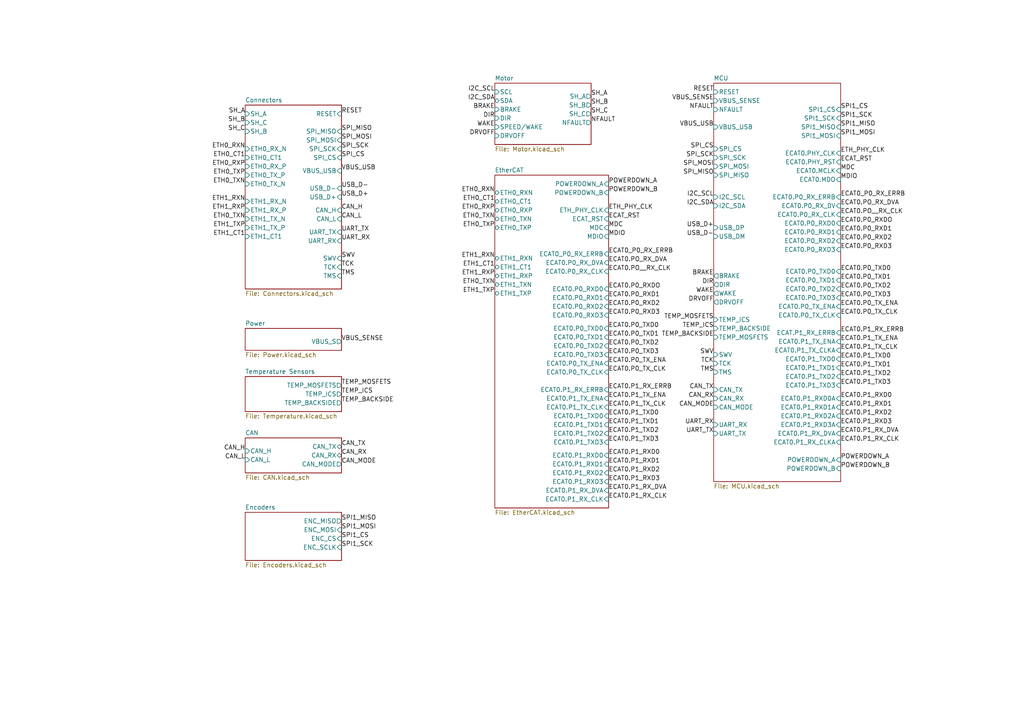
<source format=kicad_sch>
(kicad_sch
	(version 20231120)
	(generator "eeschema")
	(generator_version "8.0")
	(uuid "4c927f80-855d-490a-80b2-e5c55283621a")
	(paper "A4")
	(lib_symbols)
	(label "POWERDOWN_A"
		(at 243.84 133.35 0)
		(fields_autoplaced yes)
		(effects
			(font
				(size 1.27 1.27)
			)
			(justify left bottom)
		)
		(uuid "005f266e-7b72-44c2-b9e8-49ddf684f047")
	)
	(label "SPI1_MOSI"
		(at 243.84 39.37 0)
		(fields_autoplaced yes)
		(effects
			(font
				(size 1.27 1.27)
			)
			(justify left bottom)
		)
		(uuid "00fa0e4e-a3d5-4d8a-8692-f24d935949c4")
	)
	(label "ECAT0.P0_RXD1"
		(at 176.53 86.36 0)
		(fields_autoplaced yes)
		(effects
			(font
				(size 1.27 1.27)
			)
			(justify left bottom)
		)
		(uuid "059a76ce-e24d-469a-9273-b3120f3219e8")
	)
	(label "ETH1_RXN"
		(at 143.51 74.93 180)
		(fields_autoplaced yes)
		(effects
			(font
				(size 1.27 1.27)
			)
			(justify right bottom)
		)
		(uuid "0cda0bb4-ddaf-4fcc-a94e-3abff0bc986d")
	)
	(label "VBUS_SENSE"
		(at 207.01 29.21 180)
		(fields_autoplaced yes)
		(effects
			(font
				(size 1.27 1.27)
			)
			(justify right bottom)
		)
		(uuid "123428bc-4250-4955-bb27-9c4cf27373b3")
	)
	(label "VBUS_USB"
		(at 99.06 49.53 0)
		(fields_autoplaced yes)
		(effects
			(font
				(size 1.27 1.27)
			)
			(justify left bottom)
		)
		(uuid "15b3a559-6203-44a1-9793-0e253962d9f0")
	)
	(label "ECAT0.PO_RX_DVA"
		(at 243.84 59.69 0)
		(fields_autoplaced yes)
		(effects
			(font
				(size 1.27 1.27)
			)
			(justify left bottom)
		)
		(uuid "17a30797-10f3-4fc7-9249-560c33e1e173")
	)
	(label "ECAT0.P0_TXD2"
		(at 243.84 83.82 0)
		(fields_autoplaced yes)
		(effects
			(font
				(size 1.27 1.27)
			)
			(justify left bottom)
		)
		(uuid "1beb09d6-9710-431b-bb76-2191392cc2c0")
	)
	(label "ECAT0.P0_TX_ENA"
		(at 176.53 105.41 0)
		(fields_autoplaced yes)
		(effects
			(font
				(size 1.27 1.27)
			)
			(justify left bottom)
		)
		(uuid "1d80c263-cbcd-483f-af46-ff9dbc0fb118")
	)
	(label "CAN_MODE"
		(at 99.06 134.62 0)
		(fields_autoplaced yes)
		(effects
			(font
				(size 1.27 1.27)
			)
			(justify left bottom)
		)
		(uuid "29288a76-bcf8-4e8a-86a0-fce27769ca61")
	)
	(label "ETH1_TXP"
		(at 143.51 85.09 180)
		(fields_autoplaced yes)
		(effects
			(font
				(size 1.27 1.27)
			)
			(justify right bottom)
		)
		(uuid "2a922f08-7c53-434c-8370-04666dc98028")
	)
	(label "ECAT0.P1_TXD3"
		(at 176.53 128.27 0)
		(fields_autoplaced yes)
		(effects
			(font
				(size 1.27 1.27)
			)
			(justify left bottom)
		)
		(uuid "30144bef-f376-4893-bb83-6edbe541cec8")
	)
	(label "ECAT0.P1_RXD1"
		(at 176.53 134.62 0)
		(fields_autoplaced yes)
		(effects
			(font
				(size 1.27 1.27)
			)
			(justify left bottom)
		)
		(uuid "3277d11a-faa9-452e-8a4c-675721d73f2a")
	)
	(label "POWERDOWN_B"
		(at 176.53 55.88 0)
		(fields_autoplaced yes)
		(effects
			(font
				(size 1.27 1.27)
			)
			(justify left bottom)
		)
		(uuid "337b5c02-ef8d-492d-bfa3-7abc6012a5b8")
	)
	(label "ECAT0.P1_TXD2"
		(at 176.53 125.73 0)
		(fields_autoplaced yes)
		(effects
			(font
				(size 1.27 1.27)
			)
			(justify left bottom)
		)
		(uuid "34eb6a01-d2a5-4a04-818e-6e1594ad2c77")
	)
	(label "ECAT0.P1_TX_ENA"
		(at 243.84 99.06 0)
		(fields_autoplaced yes)
		(effects
			(font
				(size 1.27 1.27)
			)
			(justify left bottom)
		)
		(uuid "37553d95-3b10-4ce5-80b4-0d0c2046c307")
	)
	(label "ECAT0.P1_TXD1"
		(at 243.84 106.68 0)
		(fields_autoplaced yes)
		(effects
			(font
				(size 1.27 1.27)
			)
			(justify left bottom)
		)
		(uuid "384ab4a2-9880-4905-9104-2a80996b8e29")
	)
	(label "ETH_PHY_CLK"
		(at 176.53 60.96 0)
		(fields_autoplaced yes)
		(effects
			(font
				(size 1.27 1.27)
			)
			(justify left bottom)
		)
		(uuid "38ac44e3-d8c6-470a-897a-19d27023b168")
	)
	(label "USB_D+"
		(at 99.06 57.15 0)
		(fields_autoplaced yes)
		(effects
			(font
				(size 1.27 1.27)
			)
			(justify left bottom)
		)
		(uuid "39093322-7ce1-488f-940b-3cc36c3b215a")
	)
	(label "WAKE"
		(at 207.01 85.09 180)
		(fields_autoplaced yes)
		(effects
			(font
				(size 1.27 1.27)
			)
			(justify right bottom)
		)
		(uuid "397153c5-1545-41ed-8e92-b882d9c670c4")
	)
	(label "ECAT0.P1_RX_CLK"
		(at 243.84 128.27 0)
		(fields_autoplaced yes)
		(effects
			(font
				(size 1.27 1.27)
			)
			(justify left bottom)
		)
		(uuid "3e65c28e-1cea-40e9-81af-6684501d79b4")
	)
	(label "UART_TX"
		(at 99.06 67.31 0)
		(fields_autoplaced yes)
		(effects
			(font
				(size 1.27 1.27)
			)
			(justify left bottom)
		)
		(uuid "3e7545bd-e59a-4609-b250-d06469aa55d2")
	)
	(label "ECAT0.P1_TX_CLK"
		(at 243.84 101.6 0)
		(fields_autoplaced yes)
		(effects
			(font
				(size 1.27 1.27)
			)
			(justify left bottom)
		)
		(uuid "3fb3c744-229b-4c13-8cee-9f8be71592d8")
	)
	(label "CAN_RX"
		(at 99.06 132.08 0)
		(fields_autoplaced yes)
		(effects
			(font
				(size 1.27 1.27)
			)
			(justify left bottom)
		)
		(uuid "4122345a-eb98-46da-a929-c1eac2780a4d")
	)
	(label "VBUS_USB"
		(at 207.01 36.83 180)
		(fields_autoplaced yes)
		(effects
			(font
				(size 1.27 1.27)
			)
			(justify right bottom)
		)
		(uuid "41704922-2bb4-4cb1-91a6-46a85d9c2e5f")
	)
	(label "ECAT0.P1_RX_DVA"
		(at 176.53 142.24 0)
		(fields_autoplaced yes)
		(effects
			(font
				(size 1.27 1.27)
			)
			(justify left bottom)
		)
		(uuid "42d86900-e671-4dbd-a452-bb14268b7920")
	)
	(label "SWV"
		(at 207.01 102.87 180)
		(fields_autoplaced yes)
		(effects
			(font
				(size 1.27 1.27)
			)
			(justify right bottom)
		)
		(uuid "4534d691-c8a0-43dd-ab5a-69d034508bc2")
	)
	(label "SH_B"
		(at 171.45 30.48 0)
		(fields_autoplaced yes)
		(effects
			(font
				(size 1.27 1.27)
			)
			(justify left bottom)
		)
		(uuid "4556101d-872b-4cba-ab2a-8a04f8ed108a")
	)
	(label "SWV"
		(at 99.06 74.93 0)
		(fields_autoplaced yes)
		(effects
			(font
				(size 1.27 1.27)
			)
			(justify left bottom)
		)
		(uuid "49133b9c-10c9-49af-b321-8cdfdc677a9f")
	)
	(label "SPI1_SCK"
		(at 99.06 158.75 0)
		(fields_autoplaced yes)
		(effects
			(font
				(size 1.27 1.27)
			)
			(justify left bottom)
		)
		(uuid "49b9b0f3-b477-49cd-ad74-c2621225ff99")
	)
	(label "ECAT0.P0_RXD3"
		(at 176.53 91.44 0)
		(fields_autoplaced yes)
		(effects
			(font
				(size 1.27 1.27)
			)
			(justify left bottom)
		)
		(uuid "4d608dc2-d1c0-4586-abd2-9315fd500f2d")
	)
	(label "ETH0_TXP"
		(at 143.51 66.04 180)
		(fields_autoplaced yes)
		(effects
			(font
				(size 1.27 1.27)
			)
			(justify right bottom)
		)
		(uuid "4f0fae9e-9727-4c20-b44d-81b393f75bcb")
	)
	(label "SPI1_MISO"
		(at 99.06 151.13 0)
		(fields_autoplaced yes)
		(effects
			(font
				(size 1.27 1.27)
			)
			(justify left bottom)
		)
		(uuid "4f751b7c-302d-4866-a4b4-e3e619f6d6b3")
	)
	(label "NFAULT"
		(at 171.45 35.56 0)
		(fields_autoplaced yes)
		(effects
			(font
				(size 1.27 1.27)
			)
			(justify left bottom)
		)
		(uuid "521e94ea-07a7-4177-b393-fd919bd7ba47")
	)
	(label "ECAT0.P0_TXD1"
		(at 176.53 97.79 0)
		(fields_autoplaced yes)
		(effects
			(font
				(size 1.27 1.27)
			)
			(justify left bottom)
		)
		(uuid "527a482d-344c-4036-b271-22229a1bad40")
	)
	(label "ETH0_RXN"
		(at 71.12 43.18 180)
		(fields_autoplaced yes)
		(effects
			(font
				(size 1.27 1.27)
			)
			(justify right bottom)
		)
		(uuid "529ab8cf-9f2a-4c4d-885a-4d7827571e2d")
	)
	(label "ETH0_RXN"
		(at 143.51 55.88 180)
		(fields_autoplaced yes)
		(effects
			(font
				(size 1.27 1.27)
			)
			(justify right bottom)
		)
		(uuid "538ddf7b-7e8d-4159-b748-a02778e09ec9")
	)
	(label "ECAT0.P0_RXDO"
		(at 176.53 83.82 0)
		(fields_autoplaced yes)
		(effects
			(font
				(size 1.27 1.27)
			)
			(justify left bottom)
		)
		(uuid "56a0fa8b-6828-4aff-ad20-4010db12423d")
	)
	(label "BRAKE"
		(at 207.01 80.01 180)
		(fields_autoplaced yes)
		(effects
			(font
				(size 1.27 1.27)
			)
			(justify right bottom)
		)
		(uuid "56a4af52-5e2c-484a-9760-7a47d1230e8a")
	)
	(label "ECAT0.P0_RXDO"
		(at 243.84 64.77 0)
		(fields_autoplaced yes)
		(effects
			(font
				(size 1.27 1.27)
			)
			(justify left bottom)
		)
		(uuid "575168fe-b7a0-4a89-a068-b3b469b3bfd2")
	)
	(label "ECAT0.P1_RXD1"
		(at 243.84 118.11 0)
		(fields_autoplaced yes)
		(effects
			(font
				(size 1.27 1.27)
			)
			(justify left bottom)
		)
		(uuid "5768c097-c3b4-47cf-b031-c53e13b8846b")
	)
	(label "ETH1_RXN"
		(at 71.12 58.42 180)
		(fields_autoplaced yes)
		(effects
			(font
				(size 1.27 1.27)
			)
			(justify right bottom)
		)
		(uuid "5876932f-ecda-4384-a26a-a08dd3100c97")
	)
	(label "TEMP_BACKSIDE"
		(at 99.06 116.84 0)
		(fields_autoplaced yes)
		(effects
			(font
				(size 1.27 1.27)
			)
			(justify left bottom)
		)
		(uuid "597add7c-be95-447c-b921-e8420153d716")
	)
	(label "ECAT0.P1_TXD0"
		(at 243.84 104.14 0)
		(fields_autoplaced yes)
		(effects
			(font
				(size 1.27 1.27)
			)
			(justify left bottom)
		)
		(uuid "59961744-f00d-493a-9c91-06451b03a9a9")
	)
	(label "ETH_PHY_CLK"
		(at 243.84 44.45 0)
		(fields_autoplaced yes)
		(effects
			(font
				(size 1.27 1.27)
			)
			(justify left bottom)
		)
		(uuid "5a80a3ea-9a99-4471-8f09-833f9fef9357")
	)
	(label "NFAULT"
		(at 207.01 31.75 180)
		(fields_autoplaced yes)
		(effects
			(font
				(size 1.27 1.27)
			)
			(justify right bottom)
		)
		(uuid "5c999362-fc01-4d99-a928-71f2d36f6683")
	)
	(label "ECAT0.P0_TXD1"
		(at 243.84 81.28 0)
		(fields_autoplaced yes)
		(effects
			(font
				(size 1.27 1.27)
			)
			(justify left bottom)
		)
		(uuid "5faf0bed-15c4-47ca-bfef-b59247ba706f")
	)
	(label "SPI_CS"
		(at 207.01 43.18 180)
		(fields_autoplaced yes)
		(effects
			(font
				(size 1.27 1.27)
			)
			(justify right bottom)
		)
		(uuid "60b14ea4-282d-46e7-86b4-a45968807264")
	)
	(label "ECAT0.P1_RXD3"
		(at 243.84 123.19 0)
		(fields_autoplaced yes)
		(effects
			(font
				(size 1.27 1.27)
			)
			(justify left bottom)
		)
		(uuid "62f41e75-a92d-4c68-9cdd-863b05449b16")
	)
	(label "CAN_TX"
		(at 99.06 129.54 0)
		(fields_autoplaced yes)
		(effects
			(font
				(size 1.27 1.27)
			)
			(justify left bottom)
		)
		(uuid "63ceb5a8-b5eb-44e9-90f0-366a88221923")
	)
	(label "ECAT0.P1_TXD3"
		(at 243.84 111.76 0)
		(fields_autoplaced yes)
		(effects
			(font
				(size 1.27 1.27)
			)
			(justify left bottom)
		)
		(uuid "6402f07b-98b4-4383-9296-61885326d22e")
	)
	(label "ECAT0.P1_TXD0"
		(at 176.53 120.65 0)
		(fields_autoplaced yes)
		(effects
			(font
				(size 1.27 1.27)
			)
			(justify left bottom)
		)
		(uuid "6662be9d-3348-40e1-9fc9-f3501b7fdc7b")
	)
	(label "SPI1_MOSI"
		(at 99.06 153.67 0)
		(fields_autoplaced yes)
		(effects
			(font
				(size 1.27 1.27)
			)
			(justify left bottom)
		)
		(uuid "66a8f50c-8965-4b66-9c94-8a0f8d96549f")
	)
	(label "SPI_MISO"
		(at 99.06 38.1 0)
		(fields_autoplaced yes)
		(effects
			(font
				(size 1.27 1.27)
			)
			(justify left bottom)
		)
		(uuid "67e924b3-7477-4ff7-85b1-5d4de95dd46c")
	)
	(label "ECAT0.P1_TX_CLK"
		(at 176.53 118.11 0)
		(fields_autoplaced yes)
		(effects
			(font
				(size 1.27 1.27)
			)
			(justify left bottom)
		)
		(uuid "68bc18b0-31f4-4b21-9ef4-d2c506b8b8b4")
	)
	(label "ECAT0.P0_TX_ENA"
		(at 243.84 88.9 0)
		(fields_autoplaced yes)
		(effects
			(font
				(size 1.27 1.27)
			)
			(justify left bottom)
		)
		(uuid "68cf9f51-e285-4865-8d92-de4d3ad03a87")
	)
	(label "MDIO"
		(at 176.53 68.58 0)
		(fields_autoplaced yes)
		(effects
			(font
				(size 1.27 1.27)
			)
			(justify left bottom)
		)
		(uuid "6b7cf031-0a90-4620-8bba-3c595e0f89b1")
	)
	(label "ETH0_TXN"
		(at 71.12 63.5 180)
		(fields_autoplaced yes)
		(effects
			(font
				(size 1.27 1.27)
			)
			(justify right bottom)
		)
		(uuid "6c3f70a8-a06a-4657-88ce-f85a87e06a20")
	)
	(label "ETH0_TXN"
		(at 71.12 53.34 180)
		(fields_autoplaced yes)
		(effects
			(font
				(size 1.27 1.27)
			)
			(justify right bottom)
		)
		(uuid "6e3aa356-5c51-4f78-ba53-a07e067676d4")
	)
	(label "MDIO"
		(at 243.84 52.07 0)
		(fields_autoplaced yes)
		(effects
			(font
				(size 1.27 1.27)
			)
			(justify left bottom)
		)
		(uuid "6fb7cb14-3c72-4bcf-b92d-211780f71379")
	)
	(label "POWERDOWN_B"
		(at 243.84 135.89 0)
		(fields_autoplaced yes)
		(effects
			(font
				(size 1.27 1.27)
			)
			(justify left bottom)
		)
		(uuid "71545139-4eb9-46cc-8fca-1ab35bc60b69")
	)
	(label "ECAT_RST"
		(at 176.53 63.5 0)
		(fields_autoplaced yes)
		(effects
			(font
				(size 1.27 1.27)
			)
			(justify left bottom)
		)
		(uuid "718ad155-623c-429d-b403-da5de64fd3f9")
	)
	(label "ECAT0.P1_RX_ERRB"
		(at 243.84 96.52 0)
		(fields_autoplaced yes)
		(effects
			(font
				(size 1.27 1.27)
			)
			(justify left bottom)
		)
		(uuid "726db56c-d19e-4460-a1cc-2899b3b68b13")
	)
	(label "SH_C"
		(at 71.12 38.1 180)
		(fields_autoplaced yes)
		(effects
			(font
				(size 1.27 1.27)
			)
			(justify right bottom)
		)
		(uuid "73239287-4fce-4c65-a3f8-bd4672154c76")
	)
	(label "SPI_MOSI"
		(at 99.06 40.64 0)
		(fields_autoplaced yes)
		(effects
			(font
				(size 1.27 1.27)
			)
			(justify left bottom)
		)
		(uuid "761f6463-3562-475f-8201-04445e8f3b5a")
	)
	(label "TEMP_ICS"
		(at 207.01 95.25 180)
		(fields_autoplaced yes)
		(effects
			(font
				(size 1.27 1.27)
			)
			(justify right bottom)
		)
		(uuid "76385abe-01b3-4a20-aa55-a00b50a01dad")
	)
	(label "ECAT0.P0_TXD3"
		(at 176.53 102.87 0)
		(fields_autoplaced yes)
		(effects
			(font
				(size 1.27 1.27)
			)
			(justify left bottom)
		)
		(uuid "7919f26d-6e86-4a7b-8d4d-d05bff58d9d1")
	)
	(label "ECAT0_P0_RX_ERRB"
		(at 243.84 57.15 0)
		(fields_autoplaced yes)
		(effects
			(font
				(size 1.27 1.27)
			)
			(justify left bottom)
		)
		(uuid "7a3a2c72-ed72-48a5-bd51-147d4774c2b0")
	)
	(label "TEMP_ICS"
		(at 99.06 114.3 0)
		(fields_autoplaced yes)
		(effects
			(font
				(size 1.27 1.27)
			)
			(justify left bottom)
		)
		(uuid "7a72ffe6-8286-416c-b846-8774f4770ff9")
	)
	(label "ETH0_TXN"
		(at 143.51 82.55 180)
		(fields_autoplaced yes)
		(effects
			(font
				(size 1.27 1.27)
			)
			(justify right bottom)
		)
		(uuid "7aaa8f8d-d884-4085-b8db-ca496a958adf")
	)
	(label "SH_B"
		(at 71.12 35.56 180)
		(fields_autoplaced yes)
		(effects
			(font
				(size 1.27 1.27)
			)
			(justify right bottom)
		)
		(uuid "7ac238df-0fd9-493d-a7c2-be5dc191914b")
	)
	(label "DRVOFF"
		(at 207.01 87.63 180)
		(fields_autoplaced yes)
		(effects
			(font
				(size 1.27 1.27)
			)
			(justify right bottom)
		)
		(uuid "7ba96fbd-8e3b-49b1-9bfd-fdbd2e525bbe")
	)
	(label "ECAT0.PO_RX_DVA"
		(at 176.53 76.2 0)
		(fields_autoplaced yes)
		(effects
			(font
				(size 1.27 1.27)
			)
			(justify left bottom)
		)
		(uuid "7c136a69-5aa3-483a-b0a4-9e2567431890")
	)
	(label "SPI_MISO"
		(at 207.01 50.8 180)
		(fields_autoplaced yes)
		(effects
			(font
				(size 1.27 1.27)
			)
			(justify right bottom)
		)
		(uuid "7ed802dd-cbc0-487c-b3c6-b4b2473c6fb2")
	)
	(label "ECAT0.P1_TXD2"
		(at 243.84 109.22 0)
		(fields_autoplaced yes)
		(effects
			(font
				(size 1.27 1.27)
			)
			(justify left bottom)
		)
		(uuid "7ef2adc5-98cf-44d2-8ea9-c6af37875a55")
	)
	(label "USB_D-"
		(at 99.06 54.61 0)
		(fields_autoplaced yes)
		(effects
			(font
				(size 1.27 1.27)
			)
			(justify left bottom)
		)
		(uuid "7f231080-978e-4394-8b04-cd6a7b0e3762")
	)
	(label "TEMP_MOSFETS"
		(at 99.06 111.76 0)
		(fields_autoplaced yes)
		(effects
			(font
				(size 1.27 1.27)
			)
			(justify left bottom)
		)
		(uuid "806a8a9f-14c5-4b21-a0a4-f25723f64eb2")
	)
	(label "ECAT0.P1_RXD0"
		(at 176.53 132.08 0)
		(fields_autoplaced yes)
		(effects
			(font
				(size 1.27 1.27)
			)
			(justify left bottom)
		)
		(uuid "834ea56f-f178-4ad5-9230-230f10bf8257")
	)
	(label "ECAT0.P0_TXD3"
		(at 243.84 86.36 0)
		(fields_autoplaced yes)
		(effects
			(font
				(size 1.27 1.27)
			)
			(justify left bottom)
		)
		(uuid "84c66186-63da-4f5a-8b5e-097c4863a7c9")
	)
	(label "CAN_H"
		(at 99.06 60.96 0)
		(fields_autoplaced yes)
		(effects
			(font
				(size 1.27 1.27)
			)
			(justify left bottom)
		)
		(uuid "89f92578-640a-4e73-b191-b74fcee52cee")
	)
	(label "SPI_SCK"
		(at 99.06 43.18 0)
		(fields_autoplaced yes)
		(effects
			(font
				(size 1.27 1.27)
			)
			(justify left bottom)
		)
		(uuid "8a1bce2c-2524-41cb-9404-c216e57dd7e8")
	)
	(label "MDC"
		(at 243.84 49.53 0)
		(fields_autoplaced yes)
		(effects
			(font
				(size 1.27 1.27)
			)
			(justify left bottom)
		)
		(uuid "8aacc001-a798-41a4-ac49-9c237c70b9d2")
	)
	(label "POWERDOWN_A"
		(at 176.53 53.34 0)
		(fields_autoplaced yes)
		(effects
			(font
				(size 1.27 1.27)
			)
			(justify left bottom)
		)
		(uuid "8b1fd2c3-01f2-4a0f-8e13-1057d0c2cd3f")
	)
	(label "SPI1_SCK"
		(at 243.84 34.29 0)
		(fields_autoplaced yes)
		(effects
			(font
				(size 1.27 1.27)
			)
			(justify left bottom)
		)
		(uuid "8bf20bb1-26f2-4493-bc1f-a2bdeac33743")
	)
	(label "ETH1_CT1"
		(at 143.51 77.47 180)
		(fields_autoplaced yes)
		(effects
			(font
				(size 1.27 1.27)
			)
			(justify right bottom)
		)
		(uuid "919b4896-1e0f-4d4a-9932-14b68a9f9a0c")
	)
	(label "ECAT0.P1_TX_ENA"
		(at 176.53 115.57 0)
		(fields_autoplaced yes)
		(effects
			(font
				(size 1.27 1.27)
			)
			(justify left bottom)
		)
		(uuid "98bb4ade-6681-4cf6-9ac3-b3ae043f4363")
	)
	(label "BRAKE"
		(at 143.51 31.75 180)
		(fields_autoplaced yes)
		(effects
			(font
				(size 1.27 1.27)
			)
			(justify right bottom)
		)
		(uuid "98df9c1c-9223-47f8-af8e-b5c5362193b8")
	)
	(label "ECAT0.P1_TXD1"
		(at 176.53 123.19 0)
		(fields_autoplaced yes)
		(effects
			(font
				(size 1.27 1.27)
			)
			(justify left bottom)
		)
		(uuid "99bda4dd-18d4-4941-bf9e-8546444c5eb6")
	)
	(label "UART_RX"
		(at 99.06 69.85 0)
		(fields_autoplaced yes)
		(effects
			(font
				(size 1.27 1.27)
			)
			(justify left bottom)
		)
		(uuid "99cef266-e44c-4a1d-84d7-743496a4f336")
	)
	(label "CAN_H"
		(at 71.12 130.81 180)
		(fields_autoplaced yes)
		(effects
			(font
				(size 1.27 1.27)
			)
			(justify right bottom)
		)
		(uuid "9a3ef9a1-aed5-4e5d-a031-3e9bc8fad3a0")
	)
	(label "ETH1_RXP"
		(at 143.51 80.01 180)
		(fields_autoplaced yes)
		(effects
			(font
				(size 1.27 1.27)
			)
			(justify right bottom)
		)
		(uuid "9b485916-13a0-4fc4-ab9f-1bcdfc831bf2")
	)
	(label "ETH0_TXP"
		(at 71.12 50.8 180)
		(fields_autoplaced yes)
		(effects
			(font
				(size 1.27 1.27)
			)
			(justify right bottom)
		)
		(uuid "9f7b687d-04a2-44cd-b335-0961a261aa92")
	)
	(label "ECAT0.PO__RX_CLK"
		(at 243.84 62.23 0)
		(fields_autoplaced yes)
		(effects
			(font
				(size 1.27 1.27)
			)
			(justify left bottom)
		)
		(uuid "a0f7478e-a777-4014-8d3e-937747ee670f")
	)
	(label "ETH0_RXP"
		(at 143.51 60.96 180)
		(fields_autoplaced yes)
		(effects
			(font
				(size 1.27 1.27)
			)
			(justify right bottom)
		)
		(uuid "a10f76cd-0c52-4e58-857a-f81ddde69fb2")
	)
	(label "SPI1_CS"
		(at 99.06 156.21 0)
		(fields_autoplaced yes)
		(effects
			(font
				(size 1.27 1.27)
			)
			(justify left bottom)
		)
		(uuid "a18ff11f-027c-44b4-9295-6d57dcd40376")
	)
	(label "SPI1_MISO"
		(at 243.84 36.83 0)
		(fields_autoplaced yes)
		(effects
			(font
				(size 1.27 1.27)
			)
			(justify left bottom)
		)
		(uuid "a4ae88d0-7ff0-4681-99b6-e361e74bdb73")
	)
	(label "CAN_TX"
		(at 207.01 113.03 180)
		(fields_autoplaced yes)
		(effects
			(font
				(size 1.27 1.27)
			)
			(justify right bottom)
		)
		(uuid "a4c34a97-2aa6-482b-babc-402b203f5d2b")
	)
	(label "ECAT0.P0_TXD0"
		(at 176.53 95.25 0)
		(fields_autoplaced yes)
		(effects
			(font
				(size 1.27 1.27)
			)
			(justify left bottom)
		)
		(uuid "a6d9c0e7-046a-495f-89fe-1449b5e6e368")
	)
	(label "DRVOFF"
		(at 143.51 39.37 180)
		(fields_autoplaced yes)
		(effects
			(font
				(size 1.27 1.27)
			)
			(justify right bottom)
		)
		(uuid "a74682ea-e496-426c-8926-12960d7a1541")
	)
	(label "SH_A"
		(at 171.45 27.94 0)
		(fields_autoplaced yes)
		(effects
			(font
				(size 1.27 1.27)
			)
			(justify left bottom)
		)
		(uuid "a848b64d-a7da-4b77-86dd-1c0bc6647f73")
	)
	(label "TMS"
		(at 207.01 107.95 180)
		(fields_autoplaced yes)
		(effects
			(font
				(size 1.27 1.27)
			)
			(justify right bottom)
		)
		(uuid "a8e0754a-a8a8-4ee4-95e7-5b55095a2e7a")
	)
	(label "ECAT0.P1_RX_CLK"
		(at 176.53 144.78 0)
		(fields_autoplaced yes)
		(effects
			(font
				(size 1.27 1.27)
			)
			(justify left bottom)
		)
		(uuid "a8fb05ec-bc57-46e5-a5d4-3df3db02dc7e")
	)
	(label "USB_D+"
		(at 207.01 66.04 180)
		(fields_autoplaced yes)
		(effects
			(font
				(size 1.27 1.27)
			)
			(justify right bottom)
		)
		(uuid "a90f0803-a9dd-4703-b63b-0227777cd1a9")
	)
	(label "MDC"
		(at 176.53 66.04 0)
		(fields_autoplaced yes)
		(effects
			(font
				(size 1.27 1.27)
			)
			(justify left bottom)
		)
		(uuid "a945eed4-db1d-4e98-a262-66a1b4d5d729")
	)
	(label "SPI1_CS"
		(at 243.84 31.75 0)
		(fields_autoplaced yes)
		(effects
			(font
				(size 1.27 1.27)
			)
			(justify left bottom)
		)
		(uuid "aa2851e0-745f-4268-b84c-ae1b50080983")
	)
	(label "USB_D-"
		(at 207.01 68.58 180)
		(fields_autoplaced yes)
		(effects
			(font
				(size 1.27 1.27)
			)
			(justify right bottom)
		)
		(uuid "aad2ebe3-7956-483a-940c-721c01ab354b")
	)
	(label "TEMP_MOSFETS"
		(at 207.01 92.71 180)
		(fields_autoplaced yes)
		(effects
			(font
				(size 1.27 1.27)
			)
			(justify right bottom)
		)
		(uuid "aae55788-e0dc-4fd3-8b68-0a268c849607")
	)
	(label "SPI_MOSI"
		(at 207.01 48.26 180)
		(fields_autoplaced yes)
		(effects
			(font
				(size 1.27 1.27)
			)
			(justify right bottom)
		)
		(uuid "ad5051fa-187a-4ea3-85a2-d27faf801628")
	)
	(label "ECAT0.P0_TXD0"
		(at 243.84 78.74 0)
		(fields_autoplaced yes)
		(effects
			(font
				(size 1.27 1.27)
			)
			(justify left bottom)
		)
		(uuid "af9f8184-c8d7-40be-b42f-462da588a23e")
	)
	(label "ECAT0.P0_TXD2"
		(at 176.53 100.33 0)
		(fields_autoplaced yes)
		(effects
			(font
				(size 1.27 1.27)
			)
			(justify left bottom)
		)
		(uuid "b027ce08-c9c5-4b03-8ecb-f7e5a64df032")
	)
	(label "ECAT0.P0_RXD2"
		(at 176.53 88.9 0)
		(fields_autoplaced yes)
		(effects
			(font
				(size 1.27 1.27)
			)
			(justify left bottom)
		)
		(uuid "b0d36bce-0994-48a1-9515-bbcabd268a35")
	)
	(label "TMS"
		(at 99.06 80.01 0)
		(fields_autoplaced yes)
		(effects
			(font
				(size 1.27 1.27)
			)
			(justify left bottom)
		)
		(uuid "b1740ed7-3e46-49bb-bbc6-09c94ff4e9bc")
	)
	(label "WAKE"
		(at 143.51 36.83 180)
		(fields_autoplaced yes)
		(effects
			(font
				(size 1.27 1.27)
			)
			(justify right bottom)
		)
		(uuid "b1c349bd-a5cf-4a41-b02d-34dd982a1439")
	)
	(label "ECAT0.P1_RXD0"
		(at 243.84 115.57 0)
		(fields_autoplaced yes)
		(effects
			(font
				(size 1.27 1.27)
			)
			(justify left bottom)
		)
		(uuid "b20774d4-3459-4046-8267-f13fd0a3cd9b")
	)
	(label "RESET"
		(at 207.01 26.67 180)
		(fields_autoplaced yes)
		(effects
			(font
				(size 1.27 1.27)
			)
			(justify right bottom)
		)
		(uuid "b2b4da3c-fc37-4255-8dec-54ae49e5107e")
	)
	(label "SH_C"
		(at 171.45 33.02 0)
		(fields_autoplaced yes)
		(effects
			(font
				(size 1.27 1.27)
			)
			(justify left bottom)
		)
		(uuid "b3d8718e-38c2-489d-9b3a-e387dd2ad5e7")
	)
	(label "CAN_L"
		(at 99.06 63.5 0)
		(fields_autoplaced yes)
		(effects
			(font
				(size 1.27 1.27)
			)
			(justify left bottom)
		)
		(uuid "b69044a2-e1ef-4f39-8ba2-393deb42ea2e")
	)
	(label "SH_A"
		(at 71.12 33.02 180)
		(fields_autoplaced yes)
		(effects
			(font
				(size 1.27 1.27)
			)
			(justify right bottom)
		)
		(uuid "b7815a16-49c1-429b-a524-00711d04597b")
	)
	(label "TCK"
		(at 99.06 77.47 0)
		(fields_autoplaced yes)
		(effects
			(font
				(size 1.27 1.27)
			)
			(justify left bottom)
		)
		(uuid "b8ec15e6-a6ae-403d-b758-1523d4868ffd")
	)
	(label "ECAT0.P1_RXD2"
		(at 243.84 120.65 0)
		(fields_autoplaced yes)
		(effects
			(font
				(size 1.27 1.27)
			)
			(justify left bottom)
		)
		(uuid "ba5a7827-1d52-40f2-87a9-ed0ccf4afb91")
	)
	(label "I2C_SCL"
		(at 207.01 57.15 180)
		(fields_autoplaced yes)
		(effects
			(font
				(size 1.27 1.27)
			)
			(justify right bottom)
		)
		(uuid "bd6ab8ca-5e72-40b4-94d3-cb1f2e55d818")
	)
	(label "ETH1_CT1"
		(at 71.12 68.58 180)
		(fields_autoplaced yes)
		(effects
			(font
				(size 1.27 1.27)
			)
			(justify right bottom)
		)
		(uuid "bdc96624-d040-45d5-92ce-e857edb2358d")
	)
	(label "RESET"
		(at 99.06 33.02 0)
		(fields_autoplaced yes)
		(effects
			(font
				(size 1.27 1.27)
			)
			(justify left bottom)
		)
		(uuid "c08068ce-e135-4e86-bcea-d76422a7115b")
	)
	(label "SPI_CS"
		(at 99.06 45.72 0)
		(fields_autoplaced yes)
		(effects
			(font
				(size 1.27 1.27)
			)
			(justify left bottom)
		)
		(uuid "c14199fe-3a94-406c-a185-9e681162fa36")
	)
	(label "CAN_MODE"
		(at 207.01 118.11 180)
		(fields_autoplaced yes)
		(effects
			(font
				(size 1.27 1.27)
			)
			(justify right bottom)
		)
		(uuid "c1f69a40-825e-4b3e-9e4f-9d95acb55642")
	)
	(label "CAN_L"
		(at 71.12 133.35 180)
		(fields_autoplaced yes)
		(effects
			(font
				(size 1.27 1.27)
			)
			(justify right bottom)
		)
		(uuid "c35e9977-12bd-47b4-9fd5-86b7a4516d20")
	)
	(label "TEMP_BACKSIDE"
		(at 207.01 97.79 180)
		(fields_autoplaced yes)
		(effects
			(font
				(size 1.27 1.27)
			)
			(justify right bottom)
		)
		(uuid "c488579b-ea0f-4630-b093-8544eb98bfad")
	)
	(label "I2C_SCL"
		(at 143.51 26.67 180)
		(fields_autoplaced yes)
		(effects
			(font
				(size 1.27 1.27)
			)
			(justify right bottom)
		)
		(uuid "c641c41e-2129-453f-9b71-c9c18950ad33")
	)
	(label "ETH1_RXP"
		(at 71.12 60.96 180)
		(fields_autoplaced yes)
		(effects
			(font
				(size 1.27 1.27)
			)
			(justify right bottom)
		)
		(uuid "c77bdbd0-ef94-4648-8766-f978df671286")
	)
	(label "ECAT0.P1_RX_ERRB"
		(at 176.53 113.03 0)
		(fields_autoplaced yes)
		(effects
			(font
				(size 1.27 1.27)
			)
			(justify left bottom)
		)
		(uuid "ce99aca4-4317-4292-9c89-d272b1fb1f46")
	)
	(label "ECAT0.P0_TX_CLK"
		(at 243.84 91.44 0)
		(fields_autoplaced yes)
		(effects
			(font
				(size 1.27 1.27)
			)
			(justify left bottom)
		)
		(uuid "cfa43004-0a50-4fa3-ba3b-3b3422044fc6")
	)
	(label "UART_RX"
		(at 207.01 123.19 180)
		(fields_autoplaced yes)
		(effects
			(font
				(size 1.27 1.27)
			)
			(justify right bottom)
		)
		(uuid "cfcb3a7c-25c6-48ac-8928-7247de23d7fd")
	)
	(label "I2C_SDA"
		(at 143.51 29.21 180)
		(fields_autoplaced yes)
		(effects
			(font
				(size 1.27 1.27)
			)
			(justify right bottom)
		)
		(uuid "d1233ec6-4b76-4950-9eda-90892642c347")
	)
	(label "ECAT0.P0_RXD3"
		(at 243.84 72.39 0)
		(fields_autoplaced yes)
		(effects
			(font
				(size 1.27 1.27)
			)
			(justify left bottom)
		)
		(uuid "d59f9472-74f8-4d4d-85e8-7e745bba5e40")
	)
	(label "ECAT0.P1_RX_DVA"
		(at 243.84 125.73 0)
		(fields_autoplaced yes)
		(effects
			(font
				(size 1.27 1.27)
			)
			(justify left bottom)
		)
		(uuid "d7d96517-a0cc-4dc9-b6ae-85807b708db8")
	)
	(label "DIR"
		(at 207.01 82.55 180)
		(fields_autoplaced yes)
		(effects
			(font
				(size 1.27 1.27)
			)
			(justify right bottom)
		)
		(uuid "db29d1ab-cbc6-45ba-b77a-2cfae61b22e8")
	)
	(label "I2C_SDA"
		(at 207.01 59.69 180)
		(fields_autoplaced yes)
		(effects
			(font
				(size 1.27 1.27)
			)
			(justify right bottom)
		)
		(uuid "dca487a2-b444-4afa-aaf5-55a7e9c98d71")
	)
	(label "ECAT0.P1_RXD2"
		(at 176.53 137.16 0)
		(fields_autoplaced yes)
		(effects
			(font
				(size 1.27 1.27)
			)
			(justify left bottom)
		)
		(uuid "df3746f8-d1eb-4a0b-85f3-f5d847f9a743")
	)
	(label "ETH0_CT1"
		(at 143.51 58.42 180)
		(fields_autoplaced yes)
		(effects
			(font
				(size 1.27 1.27)
			)
			(justify right bottom)
		)
		(uuid "dfa02d10-d98d-4753-9e04-8443f656c013")
	)
	(label "ECAT_RST"
		(at 243.84 46.99 0)
		(fields_autoplaced yes)
		(effects
			(font
				(size 1.27 1.27)
			)
			(justify left bottom)
		)
		(uuid "dfa31953-53e3-40f5-913e-becaab997993")
	)
	(label "CAN_RX"
		(at 207.01 115.57 180)
		(fields_autoplaced yes)
		(effects
			(font
				(size 1.27 1.27)
			)
			(justify right bottom)
		)
		(uuid "e0c86ecb-13bd-4c4b-9944-f293c626342a")
	)
	(label "SPI_SCK"
		(at 207.01 45.72 180)
		(fields_autoplaced yes)
		(effects
			(font
				(size 1.27 1.27)
			)
			(justify right bottom)
		)
		(uuid "e4d715c4-19b2-487a-b858-f54a48bd3f1a")
	)
	(label "ECAT0.P0_RXD2"
		(at 243.84 69.85 0)
		(fields_autoplaced yes)
		(effects
			(font
				(size 1.27 1.27)
			)
			(justify left bottom)
		)
		(uuid "e726d1a1-270e-4d5a-b8ea-cc893662928c")
	)
	(label "DIR"
		(at 143.51 34.29 180)
		(fields_autoplaced yes)
		(effects
			(font
				(size 1.27 1.27)
			)
			(justify right bottom)
		)
		(uuid "e8088707-bafd-4f55-8a32-7c35ac41ec8e")
	)
	(label "ECAT0.PO__RX_CLK"
		(at 176.53 78.74 0)
		(fields_autoplaced yes)
		(effects
			(font
				(size 1.27 1.27)
			)
			(justify left bottom)
		)
		(uuid "ec4d4450-9e4c-4a79-85be-c120eda05a17")
	)
	(label "ECAT0.P0_TX_CLK"
		(at 176.53 107.95 0)
		(fields_autoplaced yes)
		(effects
			(font
				(size 1.27 1.27)
			)
			(justify left bottom)
		)
		(uuid "f128cf88-214e-4469-9c56-d1574d6f8c41")
	)
	(label "ETH0_CT1"
		(at 71.12 45.72 180)
		(fields_autoplaced yes)
		(effects
			(font
				(size 1.27 1.27)
			)
			(justify right bottom)
		)
		(uuid "f1351a5b-5294-43e7-8fea-78bd8e346379")
	)
	(label "UART_TX"
		(at 207.01 125.73 180)
		(fields_autoplaced yes)
		(effects
			(font
				(size 1.27 1.27)
			)
			(justify right bottom)
		)
		(uuid "f241aad1-e850-41d2-b80a-4bc2ba4997c0")
	)
	(label "ECAT0.P0_RXD1"
		(at 243.84 67.31 0)
		(fields_autoplaced yes)
		(effects
			(font
				(size 1.27 1.27)
			)
			(justify left bottom)
		)
		(uuid "f277c9f7-fe3a-4972-bc54-226a1d9d9878")
	)
	(label "ECAT0.P1_RXD3"
		(at 176.53 139.7 0)
		(fields_autoplaced yes)
		(effects
			(font
				(size 1.27 1.27)
			)
			(justify left bottom)
		)
		(uuid "f3d16a8f-ce46-4f85-88d4-162068c61326")
	)
	(label "ETH0_TXN"
		(at 143.51 63.5 180)
		(fields_autoplaced yes)
		(effects
			(font
				(size 1.27 1.27)
			)
			(justify right bottom)
		)
		(uuid "f617ec3e-49c2-4efc-b5dc-d74dfa34597e")
	)
	(label "ETH1_TXP"
		(at 71.12 66.04 180)
		(fields_autoplaced yes)
		(effects
			(font
				(size 1.27 1.27)
			)
			(justify right bottom)
		)
		(uuid "f637213b-9a98-4a81-acd3-a8f97a8e5109")
	)
	(label "VBUS_SENSE"
		(at 99.06 99.06 0)
		(fields_autoplaced yes)
		(effects
			(font
				(size 1.27 1.27)
			)
			(justify left bottom)
		)
		(uuid "f6ebe099-1937-4b98-87d7-0943b81d66e3")
	)
	(label "ETH0_RXP"
		(at 71.12 48.26 180)
		(fields_autoplaced yes)
		(effects
			(font
				(size 1.27 1.27)
			)
			(justify right bottom)
		)
		(uuid "f853a6d6-060d-4482-9bb6-36f9db3dd341")
	)
	(label "TCK"
		(at 207.01 105.41 180)
		(fields_autoplaced yes)
		(effects
			(font
				(size 1.27 1.27)
			)
			(justify right bottom)
		)
		(uuid "f8612bc9-be1d-4155-a724-c7e6c8a5aeb7")
	)
	(label "ECAT0_P0_RX_ERRB"
		(at 176.53 73.66 0)
		(fields_autoplaced yes)
		(effects
			(font
				(size 1.27 1.27)
			)
			(justify left bottom)
		)
		(uuid "fcced74e-1f63-4fb5-b432-5cbfe3dc1933")
	)
	(sheet
		(at 71.12 127)
		(size 27.94 10.16)
		(fields_autoplaced yes)
		(stroke
			(width 0.1524)
			(type solid)
		)
		(fill
			(color 0 0 0 0.0000)
		)
		(uuid "031ccf09-f504-428a-ac4b-85044b6b61cc")
		(property "Sheetname" "CAN"
			(at 71.12 126.2884 0)
			(effects
				(font
					(size 1.27 1.27)
				)
				(justify left bottom)
			)
		)
		(property "Sheetfile" "CAN.kicad_sch"
			(at 71.12 137.7446 0)
			(effects
				(font
					(size 1.27 1.27)
				)
				(justify left top)
			)
		)
		(pin "CAN_TX" bidirectional
			(at 99.06 129.54 0)
			(effects
				(font
					(size 1.27 1.27)
				)
				(justify right)
			)
			(uuid "0beed5f6-cb9a-46fc-9c2f-290ca6d6d8ca")
		)
		(pin "CAN_RX" bidirectional
			(at 99.06 132.08 0)
			(effects
				(font
					(size 1.27 1.27)
				)
				(justify right)
			)
			(uuid "c63e5be9-c5d4-48c1-91cc-3b3d3bbddfcb")
		)
		(pin "CAN_MODE" output
			(at 99.06 134.62 0)
			(effects
				(font
					(size 1.27 1.27)
				)
				(justify right)
			)
			(uuid "83823994-8928-4330-aaba-98974ecdc763")
		)
		(pin "CAN_L" input
			(at 71.12 133.35 180)
			(effects
				(font
					(size 1.27 1.27)
				)
				(justify left)
			)
			(uuid "8e3f938a-69e9-402b-a026-57bd134238bc")
		)
		(pin "CAN_H" input
			(at 71.12 130.81 180)
			(effects
				(font
					(size 1.27 1.27)
				)
				(justify left)
			)
			(uuid "9a02e1f0-8629-4430-9210-ef4d80dce59b")
		)
		(instances
			(project "EtherCATControllerLP"
				(path "/4c927f80-855d-490a-80b2-e5c55283621a"
					(page "11")
				)
			)
		)
	)
	(sheet
		(at 71.12 148.59)
		(size 27.94 13.97)
		(fields_autoplaced yes)
		(stroke
			(width 0.1524)
			(type solid)
		)
		(fill
			(color 0 0 0 0.0000)
		)
		(uuid "291d75c0-9b01-441a-b9c6-00564eedb7f8")
		(property "Sheetname" "Encoders"
			(at 71.12 147.8784 0)
			(effects
				(font
					(size 1.27 1.27)
				)
				(justify left bottom)
			)
		)
		(property "Sheetfile" "Encoders.kicad_sch"
			(at 71.12 163.1446 0)
			(effects
				(font
					(size 1.27 1.27)
				)
				(justify left top)
			)
		)
		(pin "ENC_MISO" output
			(at 99.06 151.13 0)
			(effects
				(font
					(size 1.27 1.27)
				)
				(justify right)
			)
			(uuid "578887ec-755d-4942-b460-4cd20219d6e4")
		)
		(pin "ENC_CS" input
			(at 99.06 156.21 0)
			(effects
				(font
					(size 1.27 1.27)
				)
				(justify right)
			)
			(uuid "95b3f107-f1cb-4350-8dfa-90df88bc7aae")
		)
		(pin "ENC_SCLK" input
			(at 99.06 158.75 0)
			(effects
				(font
					(size 1.27 1.27)
				)
				(justify right)
			)
			(uuid "4bcae52c-3fdc-4454-95c3-a062b9e731a3")
		)
		(pin "ENC_MOSI" input
			(at 99.06 153.67 0)
			(effects
				(font
					(size 1.27 1.27)
				)
				(justify right)
			)
			(uuid "fb743bbf-db25-418b-8d6d-648a0ee246dd")
		)
		(instances
			(project "EtherCATControllerLP"
				(path "/4c927f80-855d-490a-80b2-e5c55283621a"
					(page "5")
				)
			)
		)
	)
	(sheet
		(at 71.12 109.22)
		(size 27.94 10.16)
		(fields_autoplaced yes)
		(stroke
			(width 0.1524)
			(type solid)
		)
		(fill
			(color 0 0 0 0.0000)
		)
		(uuid "3d7b868b-5ec8-42b4-b20a-2737192e1f48")
		(property "Sheetname" "Temperature Sensors"
			(at 71.12 108.5084 0)
			(effects
				(font
					(size 1.27 1.27)
				)
				(justify left bottom)
			)
		)
		(property "Sheetfile" "Temperature.kicad_sch"
			(at 71.12 119.9646 0)
			(effects
				(font
					(size 1.27 1.27)
				)
				(justify left top)
			)
		)
		(pin "TEMP_MOSFETS" output
			(at 99.06 111.76 0)
			(effects
				(font
					(size 1.27 1.27)
				)
				(justify right)
			)
			(uuid "6cfd18d4-4988-42f8-bf47-ff037de57150")
		)
		(pin "TEMP_ICS" output
			(at 99.06 114.3 0)
			(effects
				(font
					(size 1.27 1.27)
				)
				(justify right)
			)
			(uuid "95fe10bd-5adf-4bc8-b091-0a91387fd1be")
		)
		(pin "TEMP_BACKSIDE" output
			(at 99.06 116.84 0)
			(effects
				(font
					(size 1.27 1.27)
				)
				(justify right)
			)
			(uuid "d6b39300-d55c-4635-b311-8f9cf9627ddf")
		)
		(instances
			(project "EtherCATControllerLP"
				(path "/4c927f80-855d-490a-80b2-e5c55283621a"
					(page "10")
				)
			)
		)
	)
	(sheet
		(at 71.12 30.48)
		(size 27.94 53.34)
		(fields_autoplaced yes)
		(stroke
			(width 0.1524)
			(type solid)
		)
		(fill
			(color 0 0 0 0.0000)
		)
		(uuid "6b6e615f-099d-4b57-8a21-048f9b8db3e5")
		(property "Sheetname" "Connectors"
			(at 71.12 29.7684 0)
			(effects
				(font
					(size 1.27 1.27)
				)
				(justify left bottom)
			)
		)
		(property "Sheetfile" "Connectors.kicad_sch"
			(at 71.12 84.4046 0)
			(effects
				(font
					(size 1.27 1.27)
				)
				(justify left top)
			)
		)
		(pin "SPI_MISO" input
			(at 99.06 38.1 0)
			(effects
				(font
					(size 1.27 1.27)
				)
				(justify right)
			)
			(uuid "ad9edcbc-9589-4d1b-a548-28a55b1b3bf2")
		)
		(pin "SPI_MOSI" input
			(at 99.06 40.64 0)
			(effects
				(font
					(size 1.27 1.27)
				)
				(justify right)
			)
			(uuid "8be1cad9-121a-4348-870e-42bb5e3cdd77")
		)
		(pin "SPI_SCK" input
			(at 99.06 43.18 0)
			(effects
				(font
					(size 1.27 1.27)
				)
				(justify right)
			)
			(uuid "bf76aaaa-c2a4-4180-a56b-c3d8c87d4158")
		)
		(pin "SPI_CS" input
			(at 99.06 45.72 0)
			(effects
				(font
					(size 1.27 1.27)
				)
				(justify right)
			)
			(uuid "58f50cb8-5f9a-410e-bc7e-810d7dc65fe3")
		)
		(pin "SH_C" input
			(at 71.12 35.56 180)
			(effects
				(font
					(size 1.27 1.27)
				)
				(justify left)
			)
			(uuid "25c862d1-63c1-416a-8882-4a3b5640f99d")
		)
		(pin "SH_A" input
			(at 71.12 33.02 180)
			(effects
				(font
					(size 1.27 1.27)
				)
				(justify left)
			)
			(uuid "d32dc3c2-c9d1-4876-a2c2-c23b9940d916")
		)
		(pin "SH_B" input
			(at 71.12 38.1 180)
			(effects
				(font
					(size 1.27 1.27)
				)
				(justify left)
			)
			(uuid "b0e09c28-20d8-4326-b263-536ad93832c3")
		)
		(pin "USB_D-" input
			(at 99.06 54.61 0)
			(effects
				(font
					(size 1.27 1.27)
				)
				(justify right)
			)
			(uuid "5f2a31e1-8201-439e-a0a1-fc56703396a2")
		)
		(pin "USB_D+" input
			(at 99.06 57.15 0)
			(effects
				(font
					(size 1.27 1.27)
				)
				(justify right)
			)
			(uuid "e48c3082-348d-4507-8ac4-82e43556fefa")
		)
		(pin "ETH1_RX_P" input
			(at 71.12 60.96 180)
			(effects
				(font
					(size 1.27 1.27)
				)
				(justify left)
			)
			(uuid "b34cccaf-63fa-45db-8c84-98c8a4e4f706")
		)
		(pin "ETH1_RX_N" input
			(at 71.12 58.42 180)
			(effects
				(font
					(size 1.27 1.27)
				)
				(justify left)
			)
			(uuid "b0140030-7451-4743-b5a8-88ff03b1c3df")
		)
		(pin "ETH1_TX_N" input
			(at 71.12 63.5 180)
			(effects
				(font
					(size 1.27 1.27)
				)
				(justify left)
			)
			(uuid "d9e29b8f-f9f4-4033-bdf7-fe62472ba565")
		)
		(pin "ETH0_TX_N" input
			(at 71.12 53.34 180)
			(effects
				(font
					(size 1.27 1.27)
				)
				(justify left)
			)
			(uuid "f18989e8-028b-493d-a027-597057e3ed58")
		)
		(pin "ETH0_RX_P" input
			(at 71.12 48.26 180)
			(effects
				(font
					(size 1.27 1.27)
				)
				(justify left)
			)
			(uuid "22c5765d-c228-4127-a74e-fd083968d362")
		)
		(pin "ETH0_TX_P" input
			(at 71.12 50.8 180)
			(effects
				(font
					(size 1.27 1.27)
				)
				(justify left)
			)
			(uuid "1a854ace-0329-452c-86b2-0339e03459f7")
		)
		(pin "ETH1_TX_P" input
			(at 71.12 66.04 180)
			(effects
				(font
					(size 1.27 1.27)
				)
				(justify left)
			)
			(uuid "f1976c65-b4c4-4ce5-817d-95b93043c655")
		)
		(pin "ETH0_RX_N" input
			(at 71.12 43.18 180)
			(effects
				(font
					(size 1.27 1.27)
				)
				(justify left)
			)
			(uuid "2f655500-acd5-416f-9e5b-d20a1985d3de")
		)
		(pin "ETH0_CT1" input
			(at 71.12 45.72 180)
			(effects
				(font
					(size 1.27 1.27)
				)
				(justify left)
			)
			(uuid "e5b9d9dd-08ac-4843-8427-c7530bb3a2b8")
		)
		(pin "ETH1_CT1" input
			(at 71.12 68.58 180)
			(effects
				(font
					(size 1.27 1.27)
				)
				(justify left)
			)
			(uuid "31b3f995-bdb6-46e6-a001-22b23d9628e7")
		)
		(pin "CAN_H" input
			(at 99.06 60.96 0)
			(effects
				(font
					(size 1.27 1.27)
				)
				(justify right)
			)
			(uuid "36d6f956-6e76-457c-bbdb-7ce45949a32b")
		)
		(pin "CAN_L" input
			(at 99.06 63.5 0)
			(effects
				(font
					(size 1.27 1.27)
				)
				(justify right)
			)
			(uuid "936b3bf6-2d60-43f5-8f5d-9ac0df3abef1")
		)
		(pin "RESET" input
			(at 99.06 33.02 0)
			(effects
				(font
					(size 1.27 1.27)
				)
				(justify right)
			)
			(uuid "870804da-bbb8-42d5-8340-4fe79b17ddd5")
		)
		(pin "UART_TX" input
			(at 99.06 67.31 0)
			(effects
				(font
					(size 1.27 1.27)
				)
				(justify right)
			)
			(uuid "0ed9e169-063a-4299-822d-bd17126b56e5")
		)
		(pin "UART_RX" input
			(at 99.06 69.85 0)
			(effects
				(font
					(size 1.27 1.27)
				)
				(justify right)
			)
			(uuid "9220fe34-7d2e-4ec2-b104-356d64d1c73c")
		)
		(pin "SWV" input
			(at 99.06 74.93 0)
			(effects
				(font
					(size 1.27 1.27)
				)
				(justify right)
			)
			(uuid "bfe22b51-d166-4bdf-9523-853f2c28e070")
		)
		(pin "TCK" input
			(at 99.06 77.47 0)
			(effects
				(font
					(size 1.27 1.27)
				)
				(justify right)
			)
			(uuid "f70ebef8-a4ff-4ed1-9a13-227d75dee495")
		)
		(pin "TMS" input
			(at 99.06 80.01 0)
			(effects
				(font
					(size 1.27 1.27)
				)
				(justify right)
			)
			(uuid "a7a92165-26de-4298-bb95-7954d91e8cd1")
		)
		(pin "VBUS_USB" input
			(at 99.06 49.53 0)
			(effects
				(font
					(size 1.27 1.27)
				)
				(justify right)
			)
			(uuid "25d5fb5d-c79c-4b42-8222-19c44657e570")
		)
		(instances
			(project "EtherCATControllerLP"
				(path "/4c927f80-855d-490a-80b2-e5c55283621a"
					(page "6")
				)
			)
		)
	)
	(sheet
		(at 143.51 50.8)
		(size 33.02 96.52)
		(fields_autoplaced yes)
		(stroke
			(width 0.1524)
			(type solid)
		)
		(fill
			(color 0 0 0 0.0000)
		)
		(uuid "750b7685-89f9-49f1-8425-82b30a74de18")
		(property "Sheetname" "EtherCAT"
			(at 143.51 50.0884 0)
			(effects
				(font
					(size 1.27 1.27)
				)
				(justify left bottom)
			)
		)
		(property "Sheetfile" "EtherCAT.kicad_sch"
			(at 143.51 147.9046 0)
			(effects
				(font
					(size 1.27 1.27)
				)
				(justify left top)
			)
		)
		(pin "ETH1_RXN" bidirectional
			(at 143.51 74.93 180)
			(effects
				(font
					(size 1.27 1.27)
				)
				(justify left)
			)
			(uuid "a93964f9-66e1-4bfd-af94-fdfbac314e69")
		)
		(pin "ETH1_RXP" bidirectional
			(at 143.51 80.01 180)
			(effects
				(font
					(size 1.27 1.27)
				)
				(justify left)
			)
			(uuid "d9a34b5a-b128-46e1-8e04-38b6ba561449")
		)
		(pin "ETH1_TXN" bidirectional
			(at 143.51 82.55 180)
			(effects
				(font
					(size 1.27 1.27)
				)
				(justify left)
			)
			(uuid "6204098b-2f5b-48fe-9407-9f640fd5dc6b")
		)
		(pin "ETH1_TXP" bidirectional
			(at 143.51 85.09 180)
			(effects
				(font
					(size 1.27 1.27)
				)
				(justify left)
			)
			(uuid "dad88986-28a5-40eb-a7f3-f124c48d6c3b")
		)
		(pin "ETH0_RXN" bidirectional
			(at 143.51 55.88 180)
			(effects
				(font
					(size 1.27 1.27)
				)
				(justify left)
			)
			(uuid "ec97ec53-8323-44d6-b05e-25baf07630a3")
		)
		(pin "ETH0_TXN" bidirectional
			(at 143.51 63.5 180)
			(effects
				(font
					(size 1.27 1.27)
				)
				(justify left)
			)
			(uuid "84923e7b-f927-4144-a72c-ed10681da90b")
		)
		(pin "ETH0_RXP" bidirectional
			(at 143.51 60.96 180)
			(effects
				(font
					(size 1.27 1.27)
				)
				(justify left)
			)
			(uuid "c44b6491-b0c8-4383-be05-c40d5d84f2b2")
		)
		(pin "ETH0_TXP" bidirectional
			(at 143.51 66.04 180)
			(effects
				(font
					(size 1.27 1.27)
				)
				(justify left)
			)
			(uuid "92fa3822-083c-49d2-a6d8-b2e18c8faa19")
		)
		(pin "ETH1_CT1" bidirectional
			(at 143.51 77.47 180)
			(effects
				(font
					(size 1.27 1.27)
				)
				(justify left)
			)
			(uuid "01eb3a7f-1a98-4865-96e1-aa39daa26eed")
		)
		(pin "ETH0_CT1" bidirectional
			(at 143.51 58.42 180)
			(effects
				(font
					(size 1.27 1.27)
				)
				(justify left)
			)
			(uuid "6ce72d99-ff98-42d4-ab56-345366f7d511")
		)
		(pin "ECAT0.P0_TX_ENA" input
			(at 176.53 105.41 0)
			(effects
				(font
					(size 1.27 1.27)
				)
				(justify right)
			)
			(uuid "a1fee790-83ab-4835-bb97-338765ebe732")
		)
		(pin "ECAT0.P1_RX_DVA" input
			(at 176.53 142.24 0)
			(effects
				(font
					(size 1.27 1.27)
				)
				(justify right)
			)
			(uuid "6a090513-2004-439e-bcf8-51167a0d824b")
		)
		(pin "ECAT0.P1_TX_ENA" input
			(at 176.53 115.57 0)
			(effects
				(font
					(size 1.27 1.27)
				)
				(justify right)
			)
			(uuid "0c053d78-8d48-4a91-86de-800f8dffaabd")
		)
		(pin "ECAT0.P0_TXD3" input
			(at 176.53 102.87 0)
			(effects
				(font
					(size 1.27 1.27)
				)
				(justify right)
			)
			(uuid "2fa74541-e7a1-44e3-be87-713d0c307292")
		)
		(pin "ECAT0.P1_TXD3" input
			(at 176.53 128.27 0)
			(effects
				(font
					(size 1.27 1.27)
				)
				(justify right)
			)
			(uuid "fca21aa6-b819-48cd-9af3-eb762401fa79")
		)
		(pin "ECAT0.P0_TXD2" input
			(at 176.53 100.33 0)
			(effects
				(font
					(size 1.27 1.27)
				)
				(justify right)
			)
			(uuid "490dcb65-678c-499c-8074-233e8a236cd7")
		)
		(pin "ECAT0.P1_TXD1" input
			(at 176.53 123.19 0)
			(effects
				(font
					(size 1.27 1.27)
				)
				(justify right)
			)
			(uuid "cc465ef8-2320-4c8f-93fd-b09442545ba5")
		)
		(pin "ECAT0.P0_TXD1" input
			(at 176.53 97.79 0)
			(effects
				(font
					(size 1.27 1.27)
				)
				(justify right)
			)
			(uuid "c21625f2-cf46-4931-945f-e3a652c22e99")
		)
		(pin "ECAT0.P1_TXD2" input
			(at 176.53 125.73 0)
			(effects
				(font
					(size 1.27 1.27)
				)
				(justify right)
			)
			(uuid "db319f40-b4f1-403e-9487-0212468354a1")
		)
		(pin "ECAT0.P1_TXD0" input
			(at 176.53 120.65 0)
			(effects
				(font
					(size 1.27 1.27)
				)
				(justify right)
			)
			(uuid "6a8942a1-2e2e-4fe2-b366-a3615b86982f")
		)
		(pin "ECAT0.P0_TXD0" input
			(at 176.53 95.25 0)
			(effects
				(font
					(size 1.27 1.27)
				)
				(justify right)
			)
			(uuid "b8c674d3-a9fc-41ee-be12-b33686dfdec8")
		)
		(pin "POWERDOWN_B" input
			(at 176.53 55.88 0)
			(effects
				(font
					(size 1.27 1.27)
				)
				(justify right)
			)
			(uuid "5ccac506-2c13-4a01-a1a5-94180b5239bd")
		)
		(pin "POWERDOWN_A" input
			(at 176.53 53.34 0)
			(effects
				(font
					(size 1.27 1.27)
				)
				(justify right)
			)
			(uuid "eb98be9b-52eb-4e85-8cab-0dc11e3f9b56")
		)
		(pin "MDC" input
			(at 176.53 66.04 0)
			(effects
				(font
					(size 1.27 1.27)
				)
				(justify right)
			)
			(uuid "07c7bf25-0019-4269-8f2b-78db52770467")
		)
		(pin "ETH_PHY_CLK" input
			(at 176.53 60.96 0)
			(effects
				(font
					(size 1.27 1.27)
				)
				(justify right)
			)
			(uuid "62339ee5-be27-42da-96a6-8183da8b075b")
		)
		(pin "ECAT0.P0_RX_DVA" input
			(at 176.53 76.2 0)
			(effects
				(font
					(size 1.27 1.27)
				)
				(justify right)
			)
			(uuid "bbed2269-fd8e-4bea-a310-1d9ae15915f7")
		)
		(pin "ECAT0.P1_RXD1" input
			(at 176.53 134.62 0)
			(effects
				(font
					(size 1.27 1.27)
				)
				(justify right)
			)
			(uuid "0b105942-b17a-4241-b084-95aa775d4b3b")
		)
		(pin "ECAT0.P1_RXD0" input
			(at 176.53 132.08 0)
			(effects
				(font
					(size 1.27 1.27)
				)
				(justify right)
			)
			(uuid "f0934dd4-4820-4630-84d1-3ebd88a9847c")
		)
		(pin "ECAT0.P1_RXD3" input
			(at 176.53 139.7 0)
			(effects
				(font
					(size 1.27 1.27)
				)
				(justify right)
			)
			(uuid "9a46fceb-1b00-450f-b95c-e17ae5793ee5")
		)
		(pin "ECAT0.P0_RXD1" input
			(at 176.53 86.36 0)
			(effects
				(font
					(size 1.27 1.27)
				)
				(justify right)
			)
			(uuid "a1744b01-2806-46dc-a320-79dce032f911")
		)
		(pin "ECAT0.P0_RXD2" input
			(at 176.53 88.9 0)
			(effects
				(font
					(size 1.27 1.27)
				)
				(justify right)
			)
			(uuid "5f32b7f7-a602-4b03-8082-d380c265f566")
		)
		(pin "ECAT0.P0_RXD3" input
			(at 176.53 91.44 0)
			(effects
				(font
					(size 1.27 1.27)
				)
				(justify right)
			)
			(uuid "9e9116f3-4a13-4216-9907-5f0d0223e9f9")
		)
		(pin "ECAT0.P0_RXD0" input
			(at 176.53 83.82 0)
			(effects
				(font
					(size 1.27 1.27)
				)
				(justify right)
			)
			(uuid "cab5e837-df30-4614-9c08-48cd03e90cb1")
		)
		(pin "ECAT0.P1_RXD2" input
			(at 176.53 137.16 0)
			(effects
				(font
					(size 1.27 1.27)
				)
				(justify right)
			)
			(uuid "e5afbe2f-2547-4d33-8a2d-1a5fe46429ed")
		)
		(pin "MDIO" input
			(at 176.53 68.58 0)
			(effects
				(font
					(size 1.27 1.27)
				)
				(justify right)
			)
			(uuid "6fb5874b-91b2-42b7-a552-d0ba34913781")
		)
		(pin "ECAT_RST" input
			(at 176.53 63.5 0)
			(effects
				(font
					(size 1.27 1.27)
				)
				(justify right)
			)
			(uuid "f274e763-e8db-4166-b9f8-47f417d26121")
		)
		(pin "ECAT0.P1_RX_ERRB" input
			(at 176.53 113.03 0)
			(effects
				(font
					(size 1.27 1.27)
				)
				(justify right)
			)
			(uuid "432257d5-87d2-40cc-a02c-c75b9801e6e2")
		)
		(pin "ECAT0_P0_RX_ERRB" input
			(at 176.53 73.66 0)
			(effects
				(font
					(size 1.27 1.27)
				)
				(justify right)
			)
			(uuid "5c3852c1-a683-4f6c-bf53-64c00d212bcd")
		)
		(pin "ECAT0.P1_RX_CLK" input
			(at 176.53 144.78 0)
			(effects
				(font
					(size 1.27 1.27)
				)
				(justify right)
			)
			(uuid "e2143b70-87f7-443e-8e83-bdf63f3aac06")
		)
		(pin "ECAT0.P0_TX_CLK" input
			(at 176.53 107.95 0)
			(effects
				(font
					(size 1.27 1.27)
				)
				(justify right)
			)
			(uuid "186f9ad3-124f-4434-b8a5-311427892b5f")
		)
		(pin "ECAT0.P1_TX_CLK" input
			(at 176.53 118.11 0)
			(effects
				(font
					(size 1.27 1.27)
				)
				(justify right)
			)
			(uuid "f11d9e9f-a2e0-4ed5-96e6-33ee6e177413")
		)
		(pin "ECAT0.P0_RX_CLK" input
			(at 176.53 78.74 0)
			(effects
				(font
					(size 1.27 1.27)
				)
				(justify right)
			)
			(uuid "27baefa9-62e6-4b0b-8857-32aa3da99c84")
		)
		(instances
			(project "EtherCATControllerLP"
				(path "/4c927f80-855d-490a-80b2-e5c55283621a"
					(page "4")
				)
			)
		)
	)
	(sheet
		(at 71.12 95.25)
		(size 27.94 6.35)
		(fields_autoplaced yes)
		(stroke
			(width 0.1524)
			(type solid)
		)
		(fill
			(color 0 0 0 0.0000)
		)
		(uuid "8ad53e1c-08f0-40db-b0fb-703203134f02")
		(property "Sheetname" "Power"
			(at 71.12 94.5384 0)
			(effects
				(font
					(size 1.27 1.27)
				)
				(justify left bottom)
			)
		)
		(property "Sheetfile" "Power.kicad_sch"
			(at 71.12 102.1846 0)
			(effects
				(font
					(size 1.27 1.27)
				)
				(justify left top)
			)
		)
		(pin "VBUS_S" output
			(at 99.06 99.06 0)
			(effects
				(font
					(size 1.27 1.27)
				)
				(justify right)
			)
			(uuid "294d9b17-3402-4542-98ff-eaabcc1200cb")
		)
		(instances
			(project "EtherCATControllerLP"
				(path "/4c927f80-855d-490a-80b2-e5c55283621a"
					(page "3")
				)
			)
		)
	)
	(sheet
		(at 143.51 24.13)
		(size 27.94 17.78)
		(fields_autoplaced yes)
		(stroke
			(width 0.1524)
			(type solid)
		)
		(fill
			(color 0 0 0 0.0000)
		)
		(uuid "b8886fcf-711b-4283-9745-a57e39aa3085")
		(property "Sheetname" "Motor"
			(at 143.51 23.4184 0)
			(effects
				(font
					(size 1.27 1.27)
				)
				(justify left bottom)
			)
		)
		(property "Sheetfile" "Motor.kicad_sch"
			(at 143.51 42.4946 0)
			(effects
				(font
					(size 1.27 1.27)
				)
				(justify left top)
			)
		)
		(pin "SH_A" output
			(at 171.45 27.94 0)
			(effects
				(font
					(size 1.27 1.27)
				)
				(justify right)
			)
			(uuid "6f06f074-06a3-46fa-bad6-9778dc90bc0b")
		)
		(pin "SH_C" output
			(at 171.45 33.02 0)
			(effects
				(font
					(size 1.27 1.27)
				)
				(justify right)
			)
			(uuid "3c6e3459-7e99-486d-88a7-f8cd7125ca6a")
		)
		(pin "SH_B" output
			(at 171.45 30.48 0)
			(effects
				(font
					(size 1.27 1.27)
				)
				(justify right)
			)
			(uuid "2dac7614-e687-40ca-80ae-da55499702a0")
		)
		(pin "SDA" bidirectional
			(at 143.51 29.21 180)
			(effects
				(font
					(size 1.27 1.27)
				)
				(justify left)
			)
			(uuid "a46f2722-9d1b-4d9c-bdde-37233ff89437")
		)
		(pin "DRVOFF" input
			(at 143.51 39.37 180)
			(effects
				(font
					(size 1.27 1.27)
				)
				(justify left)
			)
			(uuid "d09bae4d-1e78-4205-bfa2-61c3c0d7921f")
		)
		(pin "SPEED{slash}WAKE" input
			(at 143.51 36.83 180)
			(effects
				(font
					(size 1.27 1.27)
				)
				(justify left)
			)
			(uuid "eff09411-52ea-4acc-a17f-dfc85e77aa45")
		)
		(pin "BRAKE" input
			(at 143.51 31.75 180)
			(effects
				(font
					(size 1.27 1.27)
				)
				(justify left)
			)
			(uuid "8a54fe77-a520-40be-bdbf-b8ce357594fe")
		)
		(pin "DIR" input
			(at 143.51 34.29 180)
			(effects
				(font
					(size 1.27 1.27)
				)
				(justify left)
			)
			(uuid "8c3dd026-9a5a-4af9-af9d-c96ce2e7b779")
		)
		(pin "SCL" input
			(at 143.51 26.67 180)
			(effects
				(font
					(size 1.27 1.27)
				)
				(justify left)
			)
			(uuid "1116fb91-4d3d-4a34-b5d0-0b4f202b42a2")
		)
		(pin "NFAULT" output
			(at 171.45 35.56 0)
			(effects
				(font
					(size 1.27 1.27)
				)
				(justify right)
			)
			(uuid "2e5258d7-0801-4a5e-818c-fae6b955f904")
		)
		(instances
			(project "EtherCATControllerLP"
				(path "/4c927f80-855d-490a-80b2-e5c55283621a"
					(page "8")
				)
			)
		)
	)
	(sheet
		(at 207.01 24.13)
		(size 36.83 115.57)
		(fields_autoplaced yes)
		(stroke
			(width 0.1524)
			(type solid)
		)
		(fill
			(color 0 0 0 0.0000)
		)
		(uuid "c856d8b8-b384-4f6b-bd82-a15acb88b807")
		(property "Sheetname" "MCU"
			(at 207.01 23.4184 0)
			(effects
				(font
					(size 1.27 1.27)
				)
				(justify left bottom)
			)
		)
		(property "Sheetfile" "MCU.kicad_sch"
			(at 207.01 140.2846 0)
			(effects
				(font
					(size 1.27 1.27)
				)
				(justify left top)
			)
		)
		(pin "SPI_SCK" input
			(at 207.01 45.72 180)
			(effects
				(font
					(size 1.27 1.27)
				)
				(justify left)
			)
			(uuid "db40d3d6-7a9e-409a-ac3e-3b1c506ea03d")
		)
		(pin "SPI_MOSI" input
			(at 207.01 48.26 180)
			(effects
				(font
					(size 1.27 1.27)
				)
				(justify left)
			)
			(uuid "b1c9d6e2-7da8-446d-b6bc-1c4f7c5507c1")
		)
		(pin "SPI_MISO" input
			(at 207.01 50.8 180)
			(effects
				(font
					(size 1.27 1.27)
				)
				(justify left)
			)
			(uuid "db2436ab-b6ab-44be-acdc-6e558e1a5a7f")
		)
		(pin "SPI_CS" input
			(at 207.01 43.18 180)
			(effects
				(font
					(size 1.27 1.27)
				)
				(justify left)
			)
			(uuid "14a01976-0010-4b56-94cd-9b2379b0da47")
		)
		(pin "VBUS_SENSE" input
			(at 207.01 29.21 180)
			(effects
				(font
					(size 1.27 1.27)
				)
				(justify left)
			)
			(uuid "ec88b8ef-369b-4006-9028-5a1817413db0")
		)
		(pin "DIR" output
			(at 207.01 82.55 180)
			(effects
				(font
					(size 1.27 1.27)
				)
				(justify left)
			)
			(uuid "55f4f352-e33d-4c8d-a0b4-93ac6f697d7a")
		)
		(pin "WAKE" output
			(at 207.01 85.09 180)
			(effects
				(font
					(size 1.27 1.27)
				)
				(justify left)
			)
			(uuid "6ea8b09c-f1c6-43fe-8fd2-166fdf5c2695")
		)
		(pin "DRVOFF" output
			(at 207.01 87.63 180)
			(effects
				(font
					(size 1.27 1.27)
				)
				(justify left)
			)
			(uuid "64614ee5-c1fd-4728-9e1e-a3c87eac95d0")
		)
		(pin "BRAKE" output
			(at 207.01 80.01 180)
			(effects
				(font
					(size 1.27 1.27)
				)
				(justify left)
			)
			(uuid "9cabdb79-ff26-46b1-8853-0b1875ef87ed")
		)
		(pin "NFAULT" input
			(at 207.01 31.75 180)
			(effects
				(font
					(size 1.27 1.27)
				)
				(justify left)
			)
			(uuid "82c617c3-d0d0-4e01-9421-65368c398877")
		)
		(pin "TEMP_ICS" input
			(at 207.01 92.71 180)
			(effects
				(font
					(size 1.27 1.27)
				)
				(justify left)
			)
			(uuid "9efc6e2c-e755-4954-b846-578ca285fd08")
		)
		(pin "TEMP_BACKSIDE" input
			(at 207.01 95.25 180)
			(effects
				(font
					(size 1.27 1.27)
				)
				(justify left)
			)
			(uuid "ed116c85-2a49-4035-b013-2561dd19865d")
		)
		(pin "TEMP_MOSFETS" input
			(at 207.01 97.79 180)
			(effects
				(font
					(size 1.27 1.27)
				)
				(justify left)
			)
			(uuid "33aa624e-e92e-4081-98f1-8d1c0505555c")
		)
		(pin "SWV" input
			(at 207.01 102.87 180)
			(effects
				(font
					(size 1.27 1.27)
				)
				(justify left)
			)
			(uuid "4d9f1930-a892-4a1d-ad00-8078784e4c8a")
		)
		(pin "ECAT0.P0_RXD3" input
			(at 243.84 72.39 0)
			(effects
				(font
					(size 1.27 1.27)
				)
				(justify right)
			)
			(uuid "a9516897-86c3-4851-a692-3727cc607da6")
		)
		(pin "ECAT0.P0_RX_ERRB" input
			(at 243.84 57.15 0)
			(effects
				(font
					(size 1.27 1.27)
				)
				(justify right)
			)
			(uuid "8e82f46f-f8cb-451c-ae7e-c5fc57c84db2")
		)
		(pin "ECAT0.P0_RXD2" input
			(at 243.84 69.85 0)
			(effects
				(font
					(size 1.27 1.27)
				)
				(justify right)
			)
			(uuid "b6392fea-7bab-4e61-87b1-e12397b8c269")
		)
		(pin "ECAT0.P0_RXD0" input
			(at 243.84 64.77 0)
			(effects
				(font
					(size 1.27 1.27)
				)
				(justify right)
			)
			(uuid "cf23cfc8-6be9-4863-ae26-507c8b1141b2")
		)
		(pin "ECAT0.P0_RXD1" input
			(at 243.84 67.31 0)
			(effects
				(font
					(size 1.27 1.27)
				)
				(justify right)
			)
			(uuid "51731334-8576-44f5-861b-d635d6ff02c7")
		)
		(pin "ECAT0.P0_TXD3" input
			(at 243.84 86.36 0)
			(effects
				(font
					(size 1.27 1.27)
				)
				(justify right)
			)
			(uuid "614a5a6a-5319-4534-aca7-2daaf677454f")
		)
		(pin "ECAT0.P0_TX_ENA" input
			(at 243.84 88.9 0)
			(effects
				(font
					(size 1.27 1.27)
				)
				(justify right)
			)
			(uuid "98a7e5a1-1f73-4e07-b5bd-81d75d2ee52f")
		)
		(pin "ECAT0.P0_RX_CLK" input
			(at 243.84 62.23 0)
			(effects
				(font
					(size 1.27 1.27)
				)
				(justify right)
			)
			(uuid "4b6c82fd-c06e-4e1a-96c2-9ac9f5e9a7b6")
		)
		(pin "RESET" input
			(at 207.01 26.67 180)
			(effects
				(font
					(size 1.27 1.27)
				)
				(justify left)
			)
			(uuid "47373524-ad2d-45fe-9874-e0a4f87918d3")
		)
		(pin "TCK" input
			(at 207.01 105.41 180)
			(effects
				(font
					(size 1.27 1.27)
				)
				(justify left)
			)
			(uuid "dff2cc44-a474-49f6-b75d-7d960ede74c9")
		)
		(pin "TMS" input
			(at 207.01 107.95 180)
			(effects
				(font
					(size 1.27 1.27)
				)
				(justify left)
			)
			(uuid "b6139c9c-dd4b-4b28-b04b-6b3edef9b1c4")
		)
		(pin "CAN_TX" input
			(at 207.01 113.03 180)
			(effects
				(font
					(size 1.27 1.27)
				)
				(justify left)
			)
			(uuid "5df0329d-509a-4450-bd06-44f0e3a66ba3")
		)
		(pin "CAN_RX" input
			(at 207.01 115.57 180)
			(effects
				(font
					(size 1.27 1.27)
				)
				(justify left)
			)
			(uuid "fa8d3091-02db-4506-b978-06ca83122037")
		)
		(pin "ECAT0.PHY_RST" input
			(at 243.84 46.99 0)
			(effects
				(font
					(size 1.27 1.27)
				)
				(justify right)
			)
			(uuid "79d452b6-2523-4d61-93b3-de1a8bb13fcb")
		)
		(pin "ECAT0.P1_TXD1" input
			(at 243.84 106.68 0)
			(effects
				(font
					(size 1.27 1.27)
				)
				(justify right)
			)
			(uuid "1c1dc649-c639-45df-a7c9-7031fff2c3d9")
		)
		(pin "ECAT0.P1_TX_CLKA" input
			(at 243.84 101.6 0)
			(effects
				(font
					(size 1.27 1.27)
				)
				(justify right)
			)
			(uuid "820d0584-f85e-42ac-8d4b-88bcc76a97cc")
		)
		(pin "ECAT0.P1_RX_CLKA" input
			(at 243.84 128.27 0)
			(effects
				(font
					(size 1.27 1.27)
				)
				(justify right)
			)
			(uuid "914465e3-0d9c-4aac-abd7-9d7268399de4")
		)
		(pin "ECAT0.P1_TXD0" input
			(at 243.84 104.14 0)
			(effects
				(font
					(size 1.27 1.27)
				)
				(justify right)
			)
			(uuid "11172e2f-ec8c-4ef0-aa22-91d68e3eec9a")
		)
		(pin "ECAT0.P1_TX_ENA" input
			(at 243.84 99.06 0)
			(effects
				(font
					(size 1.27 1.27)
				)
				(justify right)
			)
			(uuid "1f3b8373-b78d-459f-8e42-d7b4f64168fb")
		)
		(pin "USB_DM" input
			(at 207.01 68.58 180)
			(effects
				(font
					(size 1.27 1.27)
				)
				(justify left)
			)
			(uuid "b9e52f0c-1df5-454b-86e4-7ca0857e0208")
		)
		(pin "USB_DP" input
			(at 207.01 66.04 180)
			(effects
				(font
					(size 1.27 1.27)
				)
				(justify left)
			)
			(uuid "5b2a2dda-8817-4e68-b74a-58f11188f1f5")
		)
		(pin "ECAT0.P1_RXD2A" input
			(at 243.84 120.65 0)
			(effects
				(font
					(size 1.27 1.27)
				)
				(justify right)
			)
			(uuid "d9d11423-df89-4194-b6d2-707ac0da2a61")
		)
		(pin "ECAT0.P1_RX_DVA" input
			(at 243.84 125.73 0)
			(effects
				(font
					(size 1.27 1.27)
				)
				(justify right)
			)
			(uuid "4cfe9259-0736-4cf0-84d0-1017b243ce56")
		)
		(pin "ECAT0.P1_RXD0A" input
			(at 243.84 115.57 0)
			(effects
				(font
					(size 1.27 1.27)
				)
				(justify right)
			)
			(uuid "c7c5a24c-9fef-4b9e-bf22-57a8f9867dfc")
		)
		(pin "ECAT0.P1_RXD1A" input
			(at 243.84 118.11 0)
			(effects
				(font
					(size 1.27 1.27)
				)
				(justify right)
			)
			(uuid "51c11c76-9302-4b0c-bc4b-e9e5f645fdf8")
		)
		(pin "ECAT0.P1_RXD3A" input
			(at 243.84 123.19 0)
			(effects
				(font
					(size 1.27 1.27)
				)
				(justify right)
			)
			(uuid "80927e5a-9798-4445-b370-85f49ae28aa2")
		)
		(pin "ECAT0.P0_TXD0" input
			(at 243.84 78.74 0)
			(effects
				(font
					(size 1.27 1.27)
				)
				(justify right)
			)
			(uuid "2476365a-486b-4766-8570-c67c8476036e")
		)
		(pin "ECAT0.P0_TXD2" input
			(at 243.84 83.82 0)
			(effects
				(font
					(size 1.27 1.27)
				)
				(justify right)
			)
			(uuid "c2cac9db-223d-4974-ba39-06b0c05f4010")
		)
		(pin "ECAT0.P0_TXD1" input
			(at 243.84 81.28 0)
			(effects
				(font
					(size 1.27 1.27)
				)
				(justify right)
			)
			(uuid "0bb95686-d892-456f-8dda-9c89a1c1e141")
		)
		(pin "ECAT0.P0_TX_CLK" input
			(at 243.84 91.44 0)
			(effects
				(font
					(size 1.27 1.27)
				)
				(justify right)
			)
			(uuid "44037836-876f-4d7b-8477-daab96a29121")
		)
		(pin "ECAT0.P1_TXD2" input
			(at 243.84 109.22 0)
			(effects
				(font
					(size 1.27 1.27)
				)
				(justify right)
			)
			(uuid "8f74f0f4-7b68-4e9e-a64d-b99deed03711")
		)
		(pin "ECAT0.P1_TXD3" input
			(at 243.84 111.76 0)
			(effects
				(font
					(size 1.27 1.27)
				)
				(justify right)
			)
			(uuid "91a8c7de-9b78-48a1-973e-653b872883a9")
		)
		(pin "I2C_SCL" input
			(at 207.01 57.15 180)
			(effects
				(font
					(size 1.27 1.27)
				)
				(justify left)
			)
			(uuid "1e2a871b-1a3d-444e-826b-ba31d2feb11f")
		)
		(pin "I2C_SDA" input
			(at 207.01 59.69 180)
			(effects
				(font
					(size 1.27 1.27)
				)
				(justify left)
			)
			(uuid "bb40840d-e953-4284-85c6-9f2f53fcfeec")
		)
		(pin "UART_RX" input
			(at 207.01 123.19 180)
			(effects
				(font
					(size 1.27 1.27)
				)
				(justify left)
			)
			(uuid "124411ed-0a1a-4d85-87e3-3537e2e72d56")
		)
		(pin "UART_TX" input
			(at 207.01 125.73 180)
			(effects
				(font
					(size 1.27 1.27)
				)
				(justify left)
			)
			(uuid "a5b6765d-6a65-481a-aa0c-3643920c0dcf")
		)
		(pin "SPI1_CS" input
			(at 243.84 31.75 0)
			(effects
				(font
					(size 1.27 1.27)
				)
				(justify right)
			)
			(uuid "cd8f76a9-a816-409a-8aef-6770722cf592")
		)
		(pin "SPI1_MISO" input
			(at 243.84 36.83 0)
			(effects
				(font
					(size 1.27 1.27)
				)
				(justify right)
			)
			(uuid "72a02e95-e067-432d-bd43-f3a73484f690")
		)
		(pin "SPI1_MOSI" input
			(at 243.84 39.37 0)
			(effects
				(font
					(size 1.27 1.27)
				)
				(justify right)
			)
			(uuid "46792d4f-b1fd-427d-ac45-7ea5f6be27d1")
		)
		(pin "SPI1_SCK" input
			(at 243.84 34.29 0)
			(effects
				(font
					(size 1.27 1.27)
				)
				(justify right)
			)
			(uuid "d1880179-5d49-4446-a1d1-490ca1b34ccb")
		)
		(pin "ECAT0.PHY_CLK" input
			(at 243.84 44.45 0)
			(effects
				(font
					(size 1.27 1.27)
				)
				(justify right)
			)
			(uuid "ae13ead2-cb5b-4930-ab33-01b48e0d002d")
		)
		(pin "ECAT0.P0_RX_DV" input
			(at 243.84 59.69 0)
			(effects
				(font
					(size 1.27 1.27)
				)
				(justify right)
			)
			(uuid "43385ccf-2e51-4130-97c6-eb7fc3f34531")
		)
		(pin "ECAT0.MCLK" input
			(at 243.84 49.53 0)
			(effects
				(font
					(size 1.27 1.27)
				)
				(justify right)
			)
			(uuid "5b7adff7-4c78-4e46-a65c-08a15c48c911")
		)
		(pin "ECAT0.MDO" input
			(at 243.84 52.07 0)
			(effects
				(font
					(size 1.27 1.27)
				)
				(justify right)
			)
			(uuid "e45b4828-3bb5-419b-a8db-e9cad779c136")
		)
		(pin "CAN_MODE" input
			(at 207.01 118.11 180)
			(effects
				(font
					(size 1.27 1.27)
				)
				(justify left)
			)
			(uuid "d856c763-336c-4c03-8e69-122d201a0723")
		)
		(pin "ECAT.P1_RX_ERRB" input
			(at 243.84 96.52 0)
			(effects
				(font
					(size 1.27 1.27)
				)
				(justify right)
			)
			(uuid "369276e6-d133-4690-b6fd-df0ec5a5fe49")
		)
		(pin "POWERDOWN_A" input
			(at 243.84 133.35 0)
			(effects
				(font
					(size 1.27 1.27)
				)
				(justify right)
			)
			(uuid "21640367-29ed-4d6e-8c4b-8a02b014a632")
		)
		(pin "POWERDOWN_B" input
			(at 243.84 135.89 0)
			(effects
				(font
					(size 1.27 1.27)
				)
				(justify right)
			)
			(uuid "2a6b2ef6-f8a2-4418-9e86-7ab10e534a61")
		)
		(pin "VBUS_USB" input
			(at 207.01 36.83 180)
			(effects
				(font
					(size 1.27 1.27)
				)
				(justify left)
			)
			(uuid "99beac1d-a281-4ef8-b737-9bccc0c75843")
		)
		(instances
			(project "EtherCATControllerLP"
				(path "/4c927f80-855d-490a-80b2-e5c55283621a"
					(page "2")
				)
			)
		)
	)
	(sheet_instances
		(path "/"
			(page "1")
		)
	)
)

</source>
